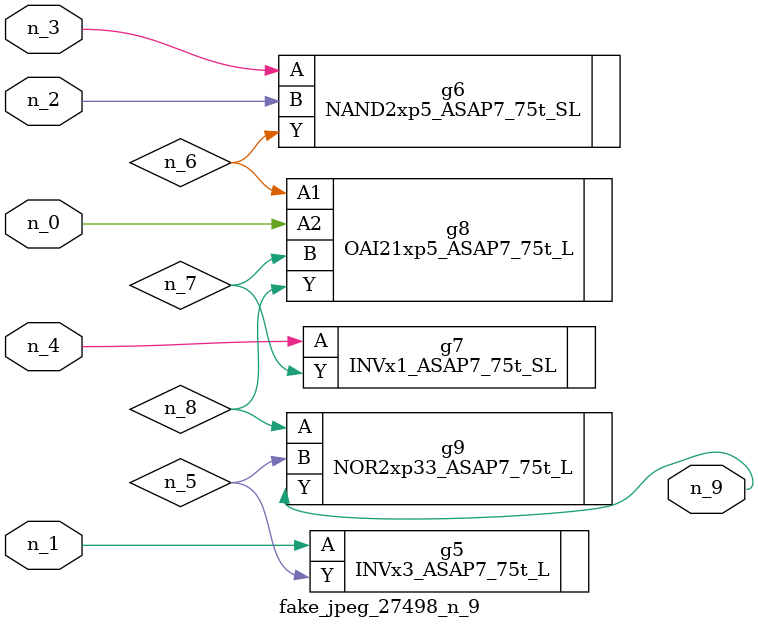
<source format=v>
module fake_jpeg_27498_n_9 (n_3, n_2, n_1, n_0, n_4, n_9);

input n_3;
input n_2;
input n_1;
input n_0;
input n_4;

output n_9;

wire n_8;
wire n_6;
wire n_5;
wire n_7;

INVx3_ASAP7_75t_L g5 ( 
.A(n_1),
.Y(n_5)
);

NAND2xp5_ASAP7_75t_SL g6 ( 
.A(n_3),
.B(n_2),
.Y(n_6)
);

INVx1_ASAP7_75t_SL g7 ( 
.A(n_4),
.Y(n_7)
);

OAI21xp5_ASAP7_75t_L g8 ( 
.A1(n_6),
.A2(n_0),
.B(n_7),
.Y(n_8)
);

NOR2xp33_ASAP7_75t_L g9 ( 
.A(n_8),
.B(n_5),
.Y(n_9)
);


endmodule
</source>
